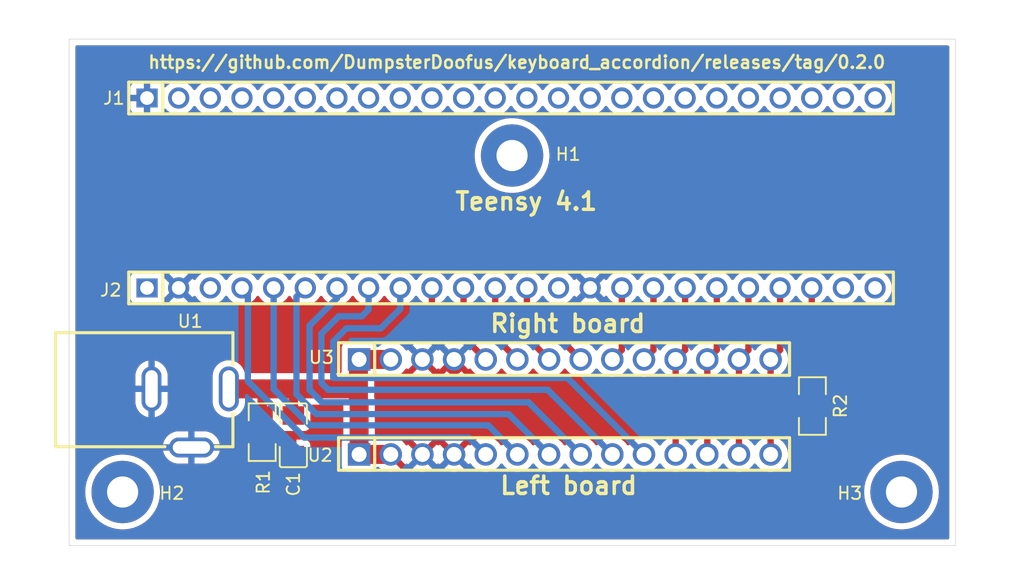
<source format=kicad_pcb>
(kicad_pcb (version 20241229) (generator "pcbnew") (generator_version "9.0")
  (layers (0 "F.Cu" signal) (2 "B.Cu" signal) (13 "F.Paste" user) (15 "B.Paste" user) (5 "F.SilkS" user "F.Silkscreen") (7 "B.SilkS" user "B.Silkscreen") (1 "F.Mask" user) (3 "B.Mask" user) (25 "Edge.Cuts" user))
  (net 0 "")
  (net 1 "+3.3V")
  (net 2 "GND")
  (net 26 "AM8")
  (net 27 "AM7")
  (net 28 "AM4")
  (net 30 "CONTROL3")
  (net 31 "CONTROL4")
  (net 32 "CONTROL2")
  (net 33 "AM3")
  (net 34 "AM5")
  (net 35 "AM10")
  (net 36 "AM6")
  (net 39 "AM9")
  (net 40 "AM2")
  (net 41 "CONTROL1")
  (net 42 "AM12")
  (net 44 "AM1")
  (net 46 "AM11")
  (net 47 "Net-(J2-35_TX8)")
  (footprint "jlcpcb:C1206" (layer "F.Cu") (at 78.95 41.95 90)
    (property "Reference" "C1" (at -3.9272 0.0056 90) (layer "F.SilkS"))
    (property "Value" "22 uF")
    (fp_line (start 2.41 -1.09) (end 0.93 -1.09) (stroke (width 0.15)) (layer "F.SilkS"))
    (fp_line (start -2.41 -1.09) (end -0.93 -1.09) (stroke (width 0.15)) (layer "F.SilkS"))
    (fp_line (start 2.56 0.94) (end 2.56 -0.94) (stroke (width 0.15)) (layer "F.SilkS"))
    (fp_line (start -2.56 0.94) (end -2.56 -0.94) (stroke (width 0.15)) (layer "F.SilkS"))
    (fp_line (start 0.93 1.09) (end 2.41 1.09) (stroke (width 0.15)) (layer "F.SilkS"))
    (fp_line (start -0.93 1.09) (end -2.41 1.09) (stroke (width 0.15)) (layer "F.SilkS"))
    (fp_arc (start 2.41 -1.09) (mid 2.516066 -1.046066) (end 2.56 -0.94) (stroke (width 0.15)) (layer "F.SilkS"))
    (fp_arc (start -2.56 -0.94) (mid -2.516066 -1.046066) (end -2.41 -1.09) (stroke (width 0.15)) (layer "F.SilkS"))
    (fp_arc (start 2.56 0.94) (mid 2.516066 1.046066) (end 2.41 1.09) (stroke (width 0.15)) (layer "F.SilkS"))
    (fp_arc (start -2.41 1.09) (mid -2.516066 1.046066) (end -2.56 0.94) (stroke (width 0.15)) (layer "F.SilkS"))
    (pad "1" smd rect (at -1.59 0 90) (size 1.49 1.73) (layers "F.Cu" "F.Mask" "F.Paste") (net 2 "GND"))
    (pad "2" smd rect (at 1.59 0 90) (size 1.49 1.73) (layers "F.Cu" "F.Mask" "F.Paste") (net 1 "+3.3V"))
  )
  (footprint "jlcpcb:DC-IN-TH_XDJK-0051-025" (layer "F.Cu") (at 70.6701 40.5763)
    (property "Reference" "U1" (at 0 -7.7763 0) (layer "F.SilkS"))
    (property "Value" "XDJK-0051-025")
    (fp_line (start -10.8 -6.86) (end -10.8 2.29) (stroke (width 0.25)) (layer "F.SilkS"))
    (fp_line (start -10.8 2.29) (end -2.03 2.29) (stroke (width 0.25)) (layer "F.SilkS"))
    (fp_line (start 2.03 2.29) (end 3.43 2.29) (stroke (width 0.25)) (layer "F.SilkS"))
    (fp_line (start 3.43 -6.86) (end -10.8 -6.86) (stroke (width 0.25)) (layer "F.SilkS"))
    (fp_line (start 3.43 -4.29) (end 3.43 -6.86) (stroke (width 0.25)) (layer "F.SilkS"))
    (fp_line (start 3.43 2.29) (end 3.43 -0.41) (stroke (width 0.25)) (layer "F.SilkS"))
    (pad "1" thru_hole oval (at 3.1 -2.35) (size 1.6 3.6) (drill oval 0.999998 2.999994) (layers "*.Cu" "*.Mask") (net 1 "+3.3V"))
    (pad "2" thru_hole oval (at -3.1 -2.35 180) (size 1.6 3.6) (drill oval 0.999998 2.999994) (layers "*.Cu" "*.Mask") (net 2 "GND"))
    (pad "3" thru_hole oval (at 0.1 2.35 180) (size 3.6 1.6) (drill oval 2.999994 0.999998) (layers "*.Cu" "*.Mask") (net 2 "GND"))
  )
  (footprint "jlcpcb:R1206" (layer "F.Cu") (at 76.45 41.7 90)
    (property "Reference" "R1" (at -4.0196 0.0924 90) (layer "F.SilkS"))
    (property "Value" "1k")
    (fp_line (start 2.31 -1.08) (end 0.95 -1.08) (stroke (width 0.15)) (layer "F.SilkS"))
    (fp_line (start -2.31 -1.08) (end -0.95 -1.08) (stroke (width 0.15)) (layer "F.SilkS"))
    (fp_line (start 2.31 1.08) (end 2.31 -1.08) (stroke (width 0.15)) (layer "F.SilkS"))
    (fp_line (start 0.95 1.08) (end 2.31 1.08) (stroke (width 0.15)) (layer "F.SilkS"))
    (fp_line (start -0.95 1.08) (end -2.31 1.08) (stroke (width 0.15)) (layer "F.SilkS"))
    (fp_line (start -2.31 1.08) (end -2.31 -1.08) (stroke (width 0.15)) (layer "F.SilkS"))
    (pad "1" smd rect (at -1.48 0 90) (size 1.21 1.7) (layers "F.Cu" "F.Mask" "F.Paste") (net 2 "GND"))
    (pad "2" smd rect (at 1.48 0 90) (size 1.21 1.7) (layers "F.Cu" "F.Mask" "F.Paste") (net 1 "+3.3V"))
  )
  (footprint "jlcpcb:R1206" (layer "F.Cu") (at 120.6 39.6 -90)
    (property "Reference" "R2" (at 0 -2.25 90) (layer "F.SilkS"))
    (property "Value" "1k")
    (fp_line (start -2.31 1.08) (end -2.31 -1.08) (stroke (width 0.15)) (layer "F.SilkS"))
    (fp_line (start -0.95 1.08) (end -2.31 1.08) (stroke (width 0.15)) (layer "F.SilkS"))
    (fp_line (start 0.95 1.08) (end 2.31 1.08) (stroke (width 0.15)) (layer "F.SilkS"))
    (fp_line (start 2.31 1.08) (end 2.31 -1.08) (stroke (width 0.15)) (layer "F.SilkS"))
    (fp_line (start -2.31 -1.08) (end -0.95 -1.08) (stroke (width 0.15)) (layer "F.SilkS"))
    (fp_line (start 2.31 -1.08) (end 0.95 -1.08) (stroke (width 0.15)) (layer "F.SilkS"))
    (pad "1" smd rect (at -1.48 0 270) (size 1.21 1.7) (layers "F.Cu" "F.Mask" "F.Paste") (net 47 "Net-(J2-35_TX8)"))
    (pad "2" smd rect (at 1.48 0 270) (size 1.21 1.7) (layers "F.Cu" "F.Mask" "F.Paste") (net 1 "+3.3V"))
  )
  (footprint "jlcpcb:HDR-TH_14P-P2.54-V-F" (layer "F.Cu") (at 100.7364 43.4848)
    (property "Reference" "U2" (at -19.6364 0.0652 0) (layer "F.SilkS"))
    (property "Value" "BX-PM2.54-1-14PY")
    (fp_line (start -18.16 -1.34) (end -18.16 1.27) (stroke (width 0.25)) (layer "F.SilkS"))
    (fp_line (start -18.16 1.27) (end -17.78 1.27) (stroke (width 0.25)) (layer "F.SilkS"))
    (fp_line (start -17.78 -1.34) (end -18.16 -1.34) (stroke (width 0.25)) (layer "F.SilkS"))
    (fp_line (start -17.78 -1.34) (end 17.78 -1.34) (stroke (width 0.25)) (layer "F.SilkS"))
    (fp_line (start -17.78 1.27) (end 17.78 1.27) (stroke (width 0.25)) (layer "F.SilkS"))
    (fp_line (start -15.26 -1.34) (end -15.26 1.27) (stroke (width 0.25)) (layer "F.SilkS"))
    (fp_line (start 17.78 -1.34) (end 18.03 -1.34) (stroke (width 0.25)) (layer "F.SilkS"))
    (fp_line (start 18.03 -1.34) (end 18.03 1.27) (stroke (width 0.25)) (layer "F.SilkS"))
    (fp_line (start 18.03 1.27) (end 17.78 1.27) (stroke (width 0.25)) (layer "F.SilkS"))
    (pad "1" thru_hole rect (at -16.51 0) (size 1.8 1.8) (drill 1.199998) (layers "*.Cu" "*.Mask") (net 1 "+3.3V"))
    (pad "2" thru_hole circle (at -13.97 0) (size 1.8 1.8) (drill 1.199998) (layers "*.Cu" "*.Mask") (net 1 "+3.3V"))
    (pad "3" thru_hole circle (at -11.43 0) (size 1.8 1.8) (drill 1.199998) (layers "*.Cu" "*.Mask") (net 2 "GND"))
    (pad "4" thru_hole circle (at -8.89 0) (size 1.8 1.8) (drill 1.199998) (layers "*.Cu" "*.Mask") (net 2 "GND"))
    (pad "5" thru_hole circle (at -6.35 0) (size 1.8 1.8) (drill 1.199998) (layers "*.Cu" "*.Mask") (net 44 "AM1"))
    (pad "6" thru_hole circle (at -3.81 0) (size 1.8 1.8) (drill 1.199998) (layers "*.Cu" "*.Mask") (net 40 "AM2"))
    (pad "7" thru_hole circle (at -1.27 0) (size 1.8 1.8) (drill 1.199998) (layers "*.Cu" "*.Mask") (net 33 "AM3"))
    (pad "8" thru_hole circle (at 1.27 0) (size 1.8 1.8) (drill 1.199998) (layers "*.Cu" "*.Mask") (net 28 "AM4"))
    (pad "9" thru_hole circle (at 3.81 0) (size 1.8 1.8) (drill 1.199998) (layers "*.Cu" "*.Mask") (net 34 "AM5"))
    (pad "10" thru_hole circle (at 6.35 0) (size 1.8 1.8) (drill 1.199998) (layers "*.Cu" "*.Mask") (net 36 "AM6"))
    (pad "11" thru_hole circle (at 8.89 0) (size 1.8 1.8) (drill 1.199998) (layers "*.Cu" "*.Mask") (net 41 "CONTROL1"))
    (pad "12" thru_hole circle (at 11.43 0) (size 1.8 1.8) (drill 1.199998) (layers "*.Cu" "*.Mask") (net 32 "CONTROL2"))
    (pad "13" thru_hole circle (at 13.97 0) (size 1.8 1.8) (drill 1.199998) (layers "*.Cu" "*.Mask") (net 30 "CONTROL3"))
    (pad "14" thru_hole circle (at 16.51 0) (size 1.8 1.8) (drill 1.199998) (layers "*.Cu" "*.Mask") (net 31 "CONTROL4"))
  )
  (footprint "MountingHole:MountingHole_2.5mm_Pad" (layer "F.Cu") (at 65.25 46.5)
    (property "Reference" "H2" (at 3.95 0.1 0) (layer "F.SilkS"))
    (property "Value" "MountingHole_2.5mm_Pad")
    (pad "1" thru_hole circle (at 0 0) (size 5 5) (drill 2.5) (layers "*.Cu" "*.Mask"))
  )
  (footprint "MountingHole:MountingHole_2.5mm_Pad" (layer "F.Cu") (at 96.5 19.5)
    (property "Reference" "H1" (at 4.5 -0.1 0) (layer "F.SilkS"))
    (property "Value" "MountingHole_2.5mm_Pad")
    (pad "1" thru_hole circle (at 0 0) (size 5 5) (drill 2.5) (layers "*.Cu" "*.Mask"))
  )
  (footprint "jlcpcb:HDR-TH_24P-P2.54-V-F" (layer "F.Cu") (at 96.4184 30.1244)
    (property "Reference" "J2" (at -32.1184 0.1756 0) (layer "F.SilkS"))
    (property "Value" "X6511FV-24-C85D32")
    (fp_line (start -30.68 -1.27) (end -30.68 1.27) (stroke (width 0.25)) (layer "F.SilkS"))
    (fp_line (start -30.68 -1.27) (end 30.68 -1.27) (stroke (width 0.25)) (layer "F.SilkS"))
    (fp_line (start -30.68 1.27) (end 30.68 1.27) (stroke (width 0.25)) (layer "F.SilkS"))
    (fp_line (start -27.94 -1.27) (end -27.94 1.27) (stroke (width 0.25)) (layer "F.SilkS"))
    (fp_line (start 30.68 -1.27) (end 30.68 1.27) (stroke (width 0.25)) (layer "F.SilkS"))
    (pad "1" thru_hole rect (at -29.21 0) (size 1.7 1.52) (drill 1.100023) (layers "*.Cu" "*.Mask"))
    (pad "2" thru_hole circle (at -26.67 0) (size 1.7 1.7) (drill 1.100023) (layers "*.Cu" "*.Mask") (net 2 "GND"))
    (pad "3" thru_hole circle (at -24.13 0) (size 1.7 1.7) (drill 1.100023) (layers "*.Cu" "*.Mask"))
    (pad "4" thru_hole circle (at -21.59 0) (size 1.7 1.7) (drill 1.100023) (layers "*.Cu" "*.Mask") (net 44 "AM1"))
    (pad "5" thru_hole circle (at -19.05 0) (size 1.7 1.7) (drill 1.100023) (layers "*.Cu" "*.Mask") (net 40 "AM2"))
    (pad "6" thru_hole circle (at -16.51 0) (size 1.7 1.7) (drill 1.100023) (layers "*.Cu" "*.Mask") (net 33 "AM3"))
    (pad "7" thru_hole circle (at -13.97 0) (size 1.7 1.7) (drill 1.100023) (layers "*.Cu" "*.Mask") (net 28 "AM4"))
    (pad "8" thru_hole circle (at -11.43 0) (size 1.7 1.7) (drill 1.100023) (layers "*.Cu" "*.Mask") (net 34 "AM5"))
    (pad "9" thru_hole circle (at -8.89 0) (size 1.7 1.7) (drill 1.100023) (layers "*.Cu" "*.Mask") (net 36 "AM6"))
    (pad "10" thru_hole circle (at -6.35 0) (size 1.7 1.7) (drill 1.100023) (layers "*.Cu" "*.Mask") (net 27 "AM7"))
    (pad "11" thru_hole circle (at -3.81 0) (size 1.7 1.7) (drill 1.100023) (layers "*.Cu" "*.Mask") (net 26 "AM8"))
    (pad "12" thru_hole circle (at -1.27 0) (size 1.7 1.7) (drill 1.100023) (layers "*.Cu" "*.Mask") (net 39 "AM9"))
    (pad "13" thru_hole circle (at 1.27 0) (size 1.7 1.7) (drill 1.100023) (layers "*.Cu" "*.Mask") (net 35 "AM10"))
    (pad "14" thru_hole circle (at 3.81 0) (size 1.7 1.7) (drill 1.100023) (layers "*.Cu" "*.Mask"))
    (pad "15" thru_hole circle (at 6.35 0) (size 1.7 1.7) (drill 1.100023) (layers "*.Cu" "*.Mask") (net 2 "GND"))
    (pad "16" thru_hole circle (at 8.89 0) (size 1.7 1.7) (drill 1.100023) (layers "*.Cu" "*.Mask") (net 46 "AM11"))
    (pad "17" thru_hole circle (at 11.43 0) (size 1.7 1.7) (drill 1.100023) (layers "*.Cu" "*.Mask") (net 42 "AM12"))
    (pad "18" thru_hole circle (at 13.97 0) (size 1.7 1.7) (drill 1.100023) (layers "*.Cu" "*.Mask") (net 41 "CONTROL1"))
    (pad "19" thru_hole circle (at 16.51 0) (size 1.7 1.7) (drill 1.100023) (layers "*.Cu" "*.Mask") (net 32 "CONTROL2"))
    (pad "20" thru_hole circle (at 19.05 0) (size 1.7 1.7) (drill 1.100023) (layers "*.Cu" "*.Mask") (net 30 "CONTROL3"))
    (pad "21" thru_hole circle (at 21.59 0) (size 1.7 1.7) (drill 1.100023) (layers "*.Cu" "*.Mask") (net 31 "CONTROL4"))
    (pad "22" thru_hole circle (at 24.13 0) (size 1.7 1.7) (drill 1.100023) (layers "*.Cu" "*.Mask") (net 47 "Net-(J2-35_TX8)"))
    (pad "23" thru_hole circle (at 26.67 0) (size 1.7 1.7) (drill 1.100023) (layers "*.Cu" "*.Mask"))
    (pad "24" thru_hole circle (at 29.21 0) (size 1.7 1.7) (drill 1.100023) (layers "*.Cu" "*.Mask"))
  )
  (footprint "MountingHole:MountingHole_2.5mm_Pad" (layer "F.Cu") (at 127.75 46.5)
    (property "Reference" "H3" (at -4.15 0.1 0) (layer "F.SilkS"))
    (property "Value" "MountingHole_2.5mm_Pad")
    (pad "1" thru_hole circle (at 0 0) (size 5 5) (drill 2.5) (layers "*.Cu" "*.Mask"))
  )
  (footprint "jlcpcb:HDR-TH_24P-P2.54-V-F" (layer "F.Cu") (at 96.4184 14.8844)
    (property "Reference" "J1" (at -31.8684 0.0156 0) (layer "F.SilkS"))
    (property "Value" "X6511FV-24-C85D32")
    (fp_line (start -30.68 -1.27) (end -30.68 1.27) (stroke (width 0.25)) (layer "F.SilkS"))
    (fp_line (start -30.68 -1.27) (end 30.68 -1.27) (stroke (width 0.25)) (layer "F.SilkS"))
    (fp_line (start -30.68 1.27) (end 30.68 1.27) (stroke (width 0.25)) (layer "F.SilkS"))
    (fp_line (start -27.94 -1.27) (end -27.94 1.27) (stroke (width 0.25)) (layer "F.SilkS"))
    (fp_line (start 30.68 -1.27) (end 30.68 1.27) (stroke (width 0.25)) (layer "F.SilkS"))
    (pad "1" thru_hole rect (at -29.21 0) (size 1.7 1.52) (drill 1.100023) (layers "*.Cu" "*.Mask") (net 2 "GND"))
    (pad "2" thru_hole circle (at -26.67 0) (size 1.7 1.7) (drill 1.100023) (layers "*.Cu" "*.Mask"))
    (pad "3" thru_hole circle (at -24.13 0) (size 1.7 1.7) (drill 1.100023) (layers "*.Cu" "*.Mask"))
    (pad "4" thru_hole circle (at -21.59 0) (size 1.7 1.7) (drill 1.100023) (layers "*.Cu" "*.Mask"))
    (pad "5" thru_hole circle (at -19.05 0) (size 1.7 1.7) (drill 1.100023) (layers "*.Cu" "*.Mask"))
    (pad "6" thru_hole circle (at -16.51 0) (size 1.7 1.7) (drill 1.100023) (layers "*.Cu" "*.Mask"))
    (pad "7" thru_hole circle (at -13.97 0) (size 1.7 1.7) (drill 1.100023) (layers "*.Cu" "*.Mask"))
    (pad "8" thru_hole circle (at -11.43 0) (size 1.7 1.7) (drill 1.100023) (layers "*.Cu" "*.Mask"))
    (pad "9" thru_hole circle (at -8.89 0) (size 1.7 1.7) (drill 1.100023) (layers "*.Cu" "*.Mask"))
    (pad "10" thru_hole circle (at -6.35 0) (size 1.7 1.7) (drill 1.100023) (layers "*.Cu" "*.Mask"))
    (pad "11" thru_hole circle (at -3.81 0) (size 1.7 1.7) (drill 1.100023) (layers "*.Cu" "*.Mask"))
    (pad "12" thru_hole circle (at -1.27 0) (size 1.7 1.7) (drill 1.100023) (layers "*.Cu" "*.Mask"))
    (pad "13" thru_hole circle (at 1.27 0) (size 1.7 1.7) (drill 1.100023) (layers "*.Cu" "*.Mask"))
    (pad "14" thru_hole circle (at 3.81 0) (size 1.7 1.7) (drill 1.100023) (layers "*.Cu" "*.Mask"))
    (pad "15" thru_hole circle (at 6.35 0) (size 1.7 1.7) (drill 1.100023) (layers "*.Cu" "*.Mask"))
    (pad "16" thru_hole circle (at 8.89 0) (size 1.7 1.7) (drill 1.100023) (layers "*.Cu" "*.Mask"))
    (pad "17" thru_hole circle (at 11.43 0) (size 1.7 1.7) (drill 1.100023) (layers "*.Cu" "*.Mask"))
    (pad "18" thru_hole circle (at 13.97 0) (size 1.7 1.7) (drill 1.100023) (layers "*.Cu" "*.Mask"))
    (pad "19" thru_hole circle (at 16.51 0) (size 1.7 1.7) (drill 1.100023) (layers "*.Cu" "*.Mask"))
    (pad "20" thru_hole circle (at 19.05 0) (size 1.7 1.7) (drill 1.100023) (layers "*.Cu" "*.Mask"))
    (pad "21" thru_hole circle (at 21.59 0) (size 1.7 1.7) (drill 1.100023) (layers "*.Cu" "*.Mask"))
    (pad "22" thru_hole circle (at 24.13 0) (size 1.7 1.7) (drill 1.100023) (layers "*.Cu" "*.Mask"))
    (pad "23" thru_hole circle (at 26.67 0) (size 1.7 1.7) (drill 1.100023) (layers "*.Cu" "*.Mask"))
    (pad "24" thru_hole circle (at 29.21 0) (size 1.7 1.7) (drill 1.100023) (layers "*.Cu" "*.Mask"))
  )
  (footprint "jlcpcb:HDR-TH_14P-P2.54-V-F" (layer "F.Cu") (at 100.7364 35.8648)
    (property "Reference" "U3" (at -19.5364 -0.1648 0) (layer "F.SilkS"))
    (property "Value" "BX-PM2.54-1-14PY")
    (fp_line (start -18.16 -1.34) (end -18.16 1.27) (stroke (width 0.25)) (layer "F.SilkS"))
    (fp_line (start -18.16 1.27) (end -17.78 1.27) (stroke (width 0.25)) (layer "F.SilkS"))
    (fp_line (start -17.78 -1.34) (end -18.16 -1.34) (stroke (width 0.25)) (layer "F.SilkS"))
    (fp_line (start -17.78 -1.34) (end 17.78 -1.34) (stroke (width 0.25)) (layer "F.SilkS"))
    (fp_line (start -17.78 1.27) (end 17.78 1.27) (stroke (width 0.25)) (layer "F.SilkS"))
    (fp_line (start -15.26 -1.34) (end -15.26 1.27) (stroke (width 0.25)) (layer "F.SilkS"))
    (fp_line (start 17.78 -1.34) (end 18.03 -1.34) (stroke (width 0.25)) (layer "F.SilkS"))
    (fp_line (start 18.03 -1.34) (end 18.03 1.27) (stroke (width 0.25)) (layer "F.SilkS"))
    (fp_line (start 18.03 1.27) (end 17.78 1.27) (stroke (width 0.25)) (layer "F.SilkS"))
    (pad "1" thru_hole rect (at -16.51 0) (size 1.8 1.8) (drill 1.199998) (layers "*.Cu" "*.Mask") (net 1 "+3.3V"))
    (pad "2" thru_hole circle (at -13.97 0) (size 1.8 1.8) (drill 1.199998) (layers "*.Cu" "*.Mask") (net 1 "+3.3V"))
    (pad "3" thru_hole circle (at -11.43 0) (size 1.8 1.8) (drill 1.199998) (layers "*.Cu" "*.Mask") (net 2 "GND"))
    (pad "4" thru_hole circle (at -8.89 0) (size 1.8 1.8) (drill 1.199998) (layers "*.Cu" "*.Mask") (net 2 "GND"))
    (pad "5" thru_hole circle (at -6.35 0) (size 1.8 1.8) (drill 1.199998) (layers "*.Cu" "*.Mask") (net 27 "AM7"))
    (pad "6" thru_hole circle (at -3.81 0) (size 1.8 1.8) (drill 1.199998) (layers "*.Cu" "*.Mask") (net 26 "AM8"))
    (pad "7" thru_hole circle (at -1.27 0) (size 1.8 1.8) (drill 1.199998) (layers "*.Cu" "*.Mask") (net 39 "AM9"))
    (pad "8" thru_hole circle (at 1.27 0) (size 1.8 1.8) (drill 1.199998) (layers "*.Cu" "*.Mask") (net 35 "AM10"))
    (pad "9" thru_hole circle (at 3.81 0) (size 1.8 1.8) (drill 1.199998) (layers "*.Cu" "*.Mask") (net 46 "AM11"))
    (pad "10" thru_hole circle (at 6.35 0) (size 1.8 1.8) (drill 1.199998) (layers "*.Cu" "*.Mask") (net 42 "AM12"))
    (pad "11" thru_hole circle (at 8.89 0) (size 1.8 1.8) (drill 1.199998) (layers "*.Cu" "*.Mask") (net 41 "CONTROL1"))
    (pad "12" thru_hole circle (at 11.43 0) (size 1.8 1.8) (drill 1.199998) (layers "*.Cu" "*.Mask") (net 32 "CONTROL2"))
    (pad "13" thru_hole circle (at 13.97 0) (size 1.8 1.8) (drill 1.199998) (layers "*.Cu" "*.Mask") (net 30 "CONTROL3"))
    (pad "14" thru_hole circle (at 16.51 0) (size 1.8 1.8) (drill 1.199998) (layers "*.Cu" "*.Mask") (net 31 "CONTROL4"))
  )
  (gr_rect (start 60.96 10.16) (end 132.08 50.8) (stroke (width 0.05)) (fill no) (layer "Edge.Cuts"))
  (gr_text "Left board" (at 95.4 46.8 0) (layer "F.SilkS") (effects (font (size 1.397 1.397) (thickness 0.2794) (bold yes)) (justify left bottom)))
  (gr_text "https://github.com/DumpsterDoofus/keyboard_accordion/releases/tag/0.2.0" (at 67.2 12.6 0) (layer "F.SilkS") (effects (font (size 1 1) (thickness 0.2) (bold yes)) (justify left bottom)))
  (gr_text "Right board" (at 94.6 33.8 0) (layer "F.SilkS") (effects (font (size 1.397 1.397) (thickness 0.2794) (bold yes)) (justify left bottom)))
  (gr_text "Teensy 4.1" (at 91.8 24 0) (layer "F.SilkS") (effects (font (size 1.397 1.397) (thickness 0.2794) (bold yes)) (justify left bottom)))
  (segment (start 84.1737 39.2263) (end 84.2264 39.279) (width 1.524) (layer "F.Cu") (net 1))
  (segment (start 73.7701 38.2263) (end 76.45 38.2263) (width 1.524) (layer "F.Cu") (net 1))
  (segment (start 76.45 38.2263) (end 78.95 38.2263) (width 1.524) (layer "F.Cu") (net 1))
  (segment (start 78.95 40.36) (end 78.95 38.2263) (width 0.762) (layer "F.Cu") (net 1))
  (segment (start 84.2264 39.279) (end 84.2264 43.4848) (width 1.524) (layer "F.Cu") (net 1))
  (segment (start 86.6004 43.3188) (end 86.7664 43.4848) (width 0.762) (layer "F.Cu") (net 1))
  (segment (start 86.7664 35.8648) (end 84.2264 35.8648) (width 1.524) (layer "F.Cu") (net 1))
  (segment (start 84.1737 38.2263) (end 84.1737 35.9175) (width 1.524) (layer "F.Cu") (net 1))
  (segment (start 120.6 42.8) (end 117.8 45.6) (width 0.508) (layer "F.Cu") (net 1))
  (segment (start 76.45 40.22) (end 76.45 38.2263) (width 0.762) (layer "F.Cu") (net 1))
  (segment (start 88.8816 45.6) (end 86.7664 43.4848) (width 0.508) (layer "F.Cu") (net 1))
  (segment (start 78.95 38.2263) (end 84.1737 38.2263) (width 1.524) (layer "F.Cu") (net 1))
  (segment (start 86.7664 43.4848) (end 84.2264 43.4848) (width 1.524) (layer "F.Cu") (net 1))
  (segment (start 117.8 45.6) (end 88.8816 45.6) (width 0.508) (layer "F.Cu") (net 1))
  (segment (start 120.6 41.08) (end 120.6 42.8) (width 0.508) (layer "F.Cu") (net 1))
  (segment (start 84.1737 35.9175) (end 84.2264 35.8648) (width 1.524) (layer "F.Cu") (net 1))
  (segment (start 84.1737 38.2263) (end 84.1737 39.2263) (width 1.524) (layer "F.Cu") (net 1))
  (segment (start 86.5328 36.0984) (end 86.7664 35.8648) (width 0.762) (layer "F.Cu") (net 1))
  (segment (start 91.8464 35.8648) (end 91.8464 36.322) (width 1.524) (layer "F.Cu") (net 2))
  (segment (start 92.6084 30.1244) (end 92.6084 31.5468) (width 0.508) (layer "F.Cu") (net 26))
  (segment (start 92.6084 31.5468) (end 96.9264 35.8648) (width 0.508) (layer "F.Cu") (net 26))
  (segment (start 90.0684 31.5468) (end 94.3864 35.8648) (width 0.508) (layer "F.Cu") (net 27))
  (segment (start 90.0684 30.1244) (end 90.0684 31.5468) (width 0.508) (layer "F.Cu") (net 27))
  (segment (start 82.4484 30.9516) (end 80.25 33.15) (width 0.508) (layer "B.Cu") (net 28))
  (segment (start 80.25 33.15) (end 80.25 38.3) (width 0.508) (layer "B.Cu") (net 28))
  (segment (start 82.4484 30.1244) (end 82.4484 30.9516) (width 0.508) (layer "B.Cu") (net 28))
  (segment (start 80.25 38.3) (end 81.25 39.3) (width 0.508) (layer "B.Cu") (net 28))
  (segment (start 81.25 39.3) (end 97.8216 39.3) (width 0.508) (layer "B.Cu") (net 28))
  (segment (start 97.8216 39.3) (end 102.0064 43.4848) (width 0.508) (layer "B.Cu") (net 28))
  (segment (start 115.4684 35.1028) (end 114.7064 35.8648) (width 0.508) (layer "F.Cu") (net 30))
  (segment (start 115.4684 30.1244) (end 115.4684 35.1028) (width 0.508) (layer "F.Cu") (net 30))
  (segment (start 114.7064 35.8648) (end 114.7064 43.4848) (width 0.508) (layer "F.Cu") (net 30))
  (segment (start 118.0084 30.1244) (end 118.0084 35.1028) (width 0.508) (layer "F.Cu") (net 31))
  (segment (start 118.0084 35.1028) (end 117.2464 35.8648) (width 0.508) (layer "F.Cu") (net 31))
  (segment (start 117.2464 35.8648) (end 117.2464 43.4848) (width 0.508) (layer "F.Cu") (net 31))
  (segment (start 112.1664 35.8648) (end 112.1664 43.4848) (width 0.508) (layer "F.Cu") (net 32))
  (segment (start 112.9284 30.1244) (end 112.9284 35.1028) (width 0.508) (layer "F.Cu") (net 32))
  (segment (start 112.9284 35.1028) (end 112.1664 35.8648) (width 0.508) (layer "F.Cu") (net 32))
  (segment (start 80.8 40.25) (end 96.2316 40.25) (width 0.508) (layer "B.Cu") (net 33))
  (segment (start 79.2 30.8328) (end 79.2 38.65) (width 0.508) (layer "B.Cu") (net 33))
  (segment (start 79.9084 30.1244) (end 79.2 30.8328) (width 0.508) (layer "B.Cu") (net 33))
  (segment (start 79.2 38.65) (end 80.8 40.25) (width 0.508) (layer "B.Cu") (net 33))
  (segment (start 96.2316 40.25) (end 99.4664 43.4848) (width 0.508) (layer "B.Cu") (net 33))
  (segment (start 84.9884 30.1244) (end 84.9884 31.8516) (width 0.508) (layer "B.Cu") (net 34))
  (segment (start 84.9884 31.8516) (end 84.44 32.4) (width 0.508) (layer "B.Cu") (net 34))
  (segment (start 81.2 37.75) (end 81.75 38.3) (width 0.508) (layer "B.Cu") (net 34))
  (segment (start 99.3616 38.3) (end 104.5464 43.4848) (width 0.508) (layer "B.Cu") (net 34))
  (segment (start 84.44 32.4) (end 82.6 32.4) (width 0.508) (layer "B.Cu") (net 34))
  (segment (start 82.6 32.4) (end 81.2 33.8) (width 0.508) (layer "B.Cu") (net 34))
  (segment (start 81.2 33.8) (end 81.2 37.75) (width 0.508) (layer "B.Cu") (net 34))
  (segment (start 81.75 38.3) (end 99.3616 38.3) (width 0.508) (layer "B.Cu") (net 34))
  (segment (start 97.6884 31.5468) (end 102.0064 35.8648) (width 0.508) (layer "F.Cu") (net 35))
  (segment (start 97.6884 30.1244) (end 97.6884 31.5468) (width 0.508) (layer "F.Cu") (net 35))
  (segment (start 100.9516 37.35) (end 107.0864 43.4848) (width 0.508) (layer "B.Cu") (net 36))
  (segment (start 87.5284 31.8008) (end 85.9648 33.3644) (width 0.508) (layer "B.Cu") (net 36))
  (segment (start 82.18352 37.35) (end 100.9516 37.35) (width 0.508) (layer "B.Cu") (net 36))
  (segment (start 87.5284 30.1244) (end 87.5284 31.8008) (width 0.508) (layer "B.Cu") (net 36))
  (segment (start 83.21384 33.3644) (end 82.15 34.42824) (width 0.508) (layer "B.Cu") (net 36))
  (segment (start 85.9648 33.3644) (end 83.21384 33.3644) (width 0.508) (layer "B.Cu") (net 36))
  (segment (start 82.15 34.42824) (end 82.15 37.31648) (width 0.508) (layer "B.Cu") (net 36))
  (segment (start 82.15 37.31648) (end 82.18352 37.35) (width 0.508) (layer "B.Cu") (net 36))
  (segment (start 95.1484 31.5468) (end 99.4664 35.8648) (width 0.508) (layer "F.Cu") (net 39))
  (segment (start 95.1484 30.1244) (end 95.1484 31.5468) (width 0.508) (layer "F.Cu") (net 39))
  (segment (start 94.5916 41.15) (end 96.9264 43.4848) (width 0.508) (layer "B.Cu") (net 40))
  (segment (start 77.3684 30.1244) (end 77.3684 38.2434) (width 0.508) (layer "B.Cu") (net 40))
  (segment (start 80.275 41.15) (end 94.5916 41.15) (width 0.508) (layer "B.Cu") (net 40))
  (segment (start 77.3684 38.2434) (end 80.275 41.15) (width 0.508) (layer "B.Cu") (net 40))
  (segment (start 110.3884 30.1244) (end 110.3884 35.1028) (width 0.508) (layer "F.Cu") (net 41))
  (segment (start 110.3884 35.1028) (end 109.6264 35.8648) (width 0.508) (layer "F.Cu") (net 41))
  (segment (start 109.6264 35.8648) (end 109.6264 43.4848) (width 0.508) (layer "F.Cu") (net 41))
  (segment (start 107.8484 30.1244) (end 107.8484 35.1028) (width 0.508) (layer "F.Cu") (net 42))
  (segment (start 107.8484 35.1028) (end 107.0864 35.8648) (width 0.508) (layer "F.Cu") (net 42))
  (segment (start 79.8308 42.1308) (end 93.0324 42.1308) (width 0.508) (layer "B.Cu") (net 44))
  (segment (start 74.8284 30.1244) (end 75.3 30.596) (width 0.508) (layer "B.Cu") (net 44))
  (segment (start 75.3 30.596) (end 75.3 37.6) (width 0.508) (layer "B.Cu") (net 44))
  (segment (start 93.0324 42.1308) (end 94.3864 43.4848) (width 0.508) (layer "B.Cu") (net 44))
  (segment (start 75.3 37.6) (end 79.8308 42.1308) (width 0.508) (layer "B.Cu") (net 44))
  (segment (start 105.3084 35.1028) (end 104.5464 35.8648) (width 0.508) (layer "F.Cu") (net 46))
  (segment (start 105.3084 30.1244) (end 105.3084 35.1028) (width 0.508) (layer "F.Cu") (net 46))
  (segment (start 120.5484 30.1244) (end 120.5484 38.0684) (width 0.508) (layer "F.Cu") (net 47))
  (segment (start 120.5484 38.0684) (end 120.6 38.12) (width 0.508) (layer "F.Cu") (net 47))
  (zone (net 2) (net_name "GND") (layer "F.Cu") (connect_pads (clearance 0.5)) (min_thickness 0.25) (fill yes (thermal_gap 0.5) (thermal_bridge_width 0.5))
    (polygon (pts (xy 58.42 7.02) (xy 134.62 7.02) (xy 134.62 53.34) (xy 58.42 53.34)))
  )
  (zone (net 2) (net_name "GND") (layer "B.Cu") (priority 1) (connect_pads (clearance 0.5)) (min_thickness 0.25) (fill yes (thermal_gap 0.5) (thermal_bridge_width 0.5))
    (polygon (pts (xy 58.42 7.62) (xy 134.62 7.62) (xy 134.62 53.34) (xy 58.42 53.34)))
  )
)
</source>
